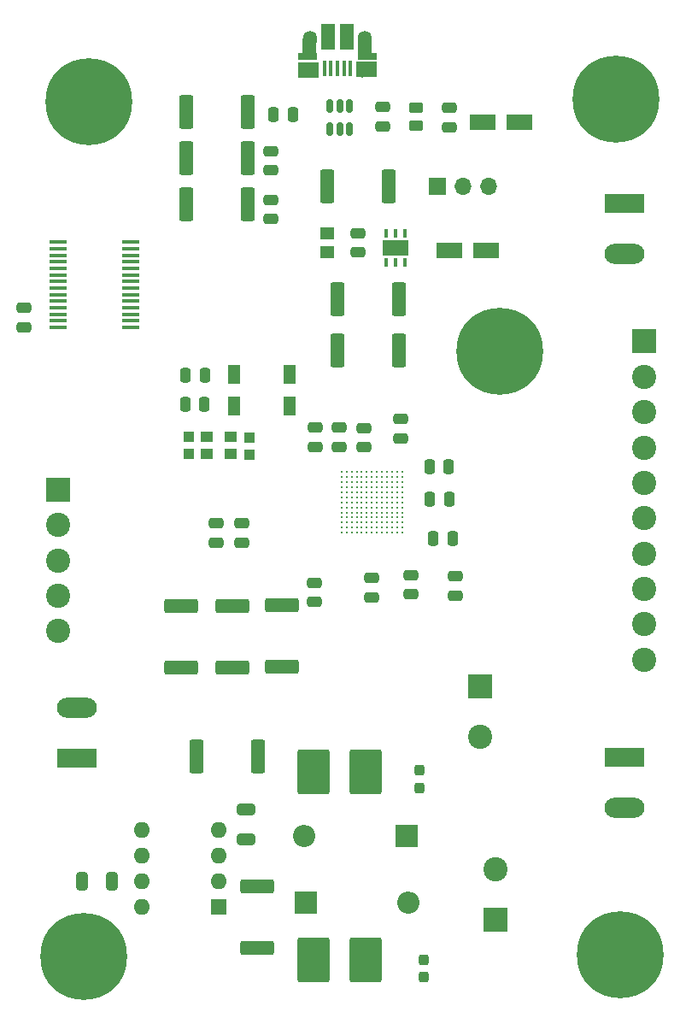
<source format=gbr>
%TF.GenerationSoftware,KiCad,Pcbnew,(6.0.11)*%
%TF.CreationDate,2023-03-28T17:23:35-03:00*%
%TF.ProjectId,singledaq,73696e67-6c65-4646-9171-2e6b69636164,rev?*%
%TF.SameCoordinates,Original*%
%TF.FileFunction,Soldermask,Top*%
%TF.FilePolarity,Negative*%
%FSLAX46Y46*%
G04 Gerber Fmt 4.6, Leading zero omitted, Abs format (unit mm)*
G04 Created by KiCad (PCBNEW (6.0.11)) date 2023-03-28 17:23:35*
%MOMM*%
%LPD*%
G01*
G04 APERTURE LIST*
G04 Aperture macros list*
%AMRoundRect*
0 Rectangle with rounded corners*
0 $1 Rounding radius*
0 $2 $3 $4 $5 $6 $7 $8 $9 X,Y pos of 4 corners*
0 Add a 4 corners polygon primitive as box body*
4,1,4,$2,$3,$4,$5,$6,$7,$8,$9,$2,$3,0*
0 Add four circle primitives for the rounded corners*
1,1,$1+$1,$2,$3*
1,1,$1+$1,$4,$5*
1,1,$1+$1,$6,$7*
1,1,$1+$1,$8,$9*
0 Add four rect primitives between the rounded corners*
20,1,$1+$1,$2,$3,$4,$5,0*
20,1,$1+$1,$4,$5,$6,$7,0*
20,1,$1+$1,$6,$7,$8,$9,0*
20,1,$1+$1,$8,$9,$2,$3,0*%
G04 Aperture macros list end*
%ADD10RoundRect,0.250000X0.475000X-0.250000X0.475000X0.250000X-0.475000X0.250000X-0.475000X-0.250000X0*%
%ADD11R,3.960000X1.980000*%
%ADD12O,3.960000X1.980000*%
%ADD13RoundRect,0.250000X-0.475000X0.250000X-0.475000X-0.250000X0.475000X-0.250000X0.475000X0.250000X0*%
%ADD14R,1.000000X1.100000*%
%ADD15R,2.400000X2.400000*%
%ADD16C,2.400000*%
%ADD17RoundRect,0.250000X0.325000X0.650000X-0.325000X0.650000X-0.325000X-0.650000X0.325000X-0.650000X0*%
%ADD18R,0.400000X1.650000*%
%ADD19O,1.100000X1.500000*%
%ADD20O,1.350000X1.700000*%
%ADD21R,1.430000X2.500000*%
%ADD22R,1.350000X2.000000*%
%ADD23R,2.000000X1.500000*%
%ADD24R,1.825000X0.700000*%
%ADD25RoundRect,0.249999X1.425001X-0.450001X1.425001X0.450001X-1.425001X0.450001X-1.425001X-0.450001X0*%
%ADD26R,2.200000X2.200000*%
%ADD27O,2.200000X2.200000*%
%ADD28RoundRect,0.250000X0.450000X-0.262500X0.450000X0.262500X-0.450000X0.262500X-0.450000X-0.262500X0*%
%ADD29RoundRect,0.150000X0.150000X-0.512500X0.150000X0.512500X-0.150000X0.512500X-0.150000X-0.512500X0*%
%ADD30C,0.900000*%
%ADD31C,8.600000*%
%ADD32RoundRect,0.250000X-0.250000X-0.475000X0.250000X-0.475000X0.250000X0.475000X-0.250000X0.475000X0*%
%ADD33RoundRect,0.249999X-1.425001X0.450001X-1.425001X-0.450001X1.425001X-0.450001X1.425001X0.450001X0*%
%ADD34RoundRect,0.250000X0.250000X0.475000X-0.250000X0.475000X-0.250000X-0.475000X0.250000X-0.475000X0*%
%ADD35RoundRect,0.237500X0.237500X-0.300000X0.237500X0.300000X-0.237500X0.300000X-0.237500X-0.300000X0*%
%ADD36RoundRect,0.249999X0.450001X1.425001X-0.450001X1.425001X-0.450001X-1.425001X0.450001X-1.425001X0*%
%ADD37RoundRect,0.249999X-0.450001X-1.425001X0.450001X-1.425001X0.450001X1.425001X-0.450001X1.425001X0*%
%ADD38R,1.300000X1.900000*%
%ADD39R,1.700000X1.700000*%
%ADD40O,1.700000X1.700000*%
%ADD41R,1.750000X0.450000*%
%ADD42R,1.210000X1.110000*%
%ADD43RoundRect,0.250000X-1.050000X-0.550000X1.050000X-0.550000X1.050000X0.550000X-1.050000X0.550000X0*%
%ADD44RoundRect,0.250000X1.350000X1.975000X-1.350000X1.975000X-1.350000X-1.975000X1.350000X-1.975000X0*%
%ADD45RoundRect,0.250000X0.650000X-0.325000X0.650000X0.325000X-0.650000X0.325000X-0.650000X-0.325000X0*%
%ADD46R,0.420000X0.840000*%
%ADD47R,2.500000X1.600000*%
%ADD48R,1.600000X1.600000*%
%ADD49O,1.600000X1.600000*%
%ADD50C,0.270000*%
%ADD51R,1.450000X1.150000*%
%ADD52RoundRect,0.237500X-0.237500X0.300000X-0.237500X-0.300000X0.237500X-0.300000X0.237500X0.300000X0*%
G04 APERTURE END LIST*
D10*
%TO.C,C104*%
X140782250Y-49114250D03*
X140782250Y-47214250D03*
%TD*%
D11*
%TO.C,J2*%
X164700000Y-111575000D03*
D12*
X164700000Y-116575000D03*
%TD*%
D13*
%TO.C,C102*%
X129658000Y-51584000D03*
X129658000Y-53484000D03*
%TD*%
D14*
%TO.C,C602*%
X127572082Y-81624998D03*
X127572082Y-79924998D03*
%TD*%
D15*
%TO.C,C502*%
X150470000Y-104544785D03*
D16*
X150470000Y-109544785D03*
%TD*%
D17*
%TO.C,C505*%
X113925000Y-123880000D03*
X110975000Y-123880000D03*
%TD*%
D18*
%TO.C,JUSB1*%
X137587000Y-43377000D03*
X136937000Y-43377000D03*
X136287000Y-43377000D03*
X135637000Y-43377000D03*
X134987000Y-43377000D03*
D19*
X133867000Y-43497000D03*
D20*
X133557000Y-40497000D03*
D21*
X135327000Y-40227000D03*
D22*
X133537000Y-41427000D03*
D19*
X138707000Y-43497000D03*
D23*
X139137000Y-43477000D03*
D22*
X139017000Y-41427000D03*
D23*
X133387000Y-43497000D03*
D24*
X133287000Y-42177000D03*
D21*
X137247000Y-40227000D03*
D24*
X139237000Y-42177000D03*
D20*
X139017000Y-40497000D03*
%TD*%
D25*
%TO.C,R603*%
X130800000Y-102660000D03*
X130800000Y-96560000D03*
%TD*%
D10*
%TO.C,C801*%
X138910000Y-80880000D03*
X138910000Y-78980000D03*
%TD*%
%TO.C,C105*%
X147386250Y-49180250D03*
X147386250Y-47280250D03*
%TD*%
D26*
%TO.C,D1*%
X133160000Y-126030000D03*
D27*
X143320000Y-126030000D03*
%TD*%
D28*
%TO.C,FB101*%
X144084250Y-49076750D03*
X144084250Y-47251750D03*
%TD*%
D29*
%TO.C,U1*%
X135566000Y-49353500D03*
X136516000Y-49353500D03*
X137466000Y-49353500D03*
X137466000Y-47078500D03*
X136516000Y-47078500D03*
X135566000Y-47078500D03*
%TD*%
D30*
%TO.C,H1*%
X113930419Y-48910419D03*
X109369581Y-48910419D03*
X111650000Y-49855000D03*
D31*
X111650000Y-46630000D03*
D30*
X109369581Y-44349581D03*
X111650000Y-43405000D03*
X114875000Y-46630000D03*
X108425000Y-46630000D03*
X113930419Y-44349581D03*
%TD*%
D32*
%TO.C,C810*%
X145470000Y-86030000D03*
X147370000Y-86030000D03*
%TD*%
D33*
%TO.C,R605*%
X120810000Y-96600000D03*
X120810000Y-102700000D03*
%TD*%
%TO.C,R602*%
X128338224Y-124420000D03*
X128338224Y-130520000D03*
%TD*%
D34*
%TO.C,C401*%
X123130000Y-73750000D03*
X121230000Y-73750000D03*
%TD*%
D10*
%TO.C,C809*%
X142560000Y-80022071D03*
X142560000Y-78122071D03*
%TD*%
D35*
%TO.C,C504*%
X144400000Y-114620000D03*
X144400000Y-112895000D03*
%TD*%
D26*
%TO.C,D2*%
X143180000Y-119380000D03*
D27*
X133020000Y-119380000D03*
%TD*%
D36*
%TO.C,R601*%
X128380000Y-111540000D03*
X122280000Y-111540000D03*
%TD*%
D37*
%TO.C,R202*%
X136260000Y-66250000D03*
X142360000Y-66250000D03*
%TD*%
D10*
%TO.C,C202*%
X138294000Y-61600000D03*
X138294000Y-59700000D03*
%TD*%
D38*
%TO.C,Y4*%
X126020000Y-76850000D03*
X131520000Y-76850000D03*
X131520000Y-73650000D03*
X126020000Y-73650000D03*
%TD*%
D10*
%TO.C,C701*%
X134110000Y-80850000D03*
X134110000Y-78950000D03*
%TD*%
D39*
%TO.C,JP6*%
X146170000Y-55074000D03*
D40*
X148710000Y-55074000D03*
X151250000Y-55074000D03*
%TD*%
D41*
%TO.C,U3*%
X115810000Y-69035000D03*
X115810000Y-68385000D03*
X115810000Y-67735000D03*
X115810000Y-67085000D03*
X115810000Y-66435000D03*
X115810000Y-65785000D03*
X115810000Y-65135000D03*
X115810000Y-64485000D03*
X115810000Y-63835000D03*
X115810000Y-63185000D03*
X115810000Y-62535000D03*
X115810000Y-61885000D03*
X115810000Y-61235000D03*
X115810000Y-60585000D03*
X108610000Y-60585000D03*
X108610000Y-61235000D03*
X108610000Y-61885000D03*
X108610000Y-62535000D03*
X108610000Y-63185000D03*
X108610000Y-63835000D03*
X108610000Y-64485000D03*
X108610000Y-65135000D03*
X108610000Y-65785000D03*
X108610000Y-66435000D03*
X108610000Y-67085000D03*
X108610000Y-67735000D03*
X108610000Y-68385000D03*
X108610000Y-69035000D03*
%TD*%
D42*
%TO.C,Y1*%
X123370082Y-81542998D03*
X125670082Y-81542998D03*
X125670082Y-79842998D03*
X123370082Y-79842998D03*
%TD*%
D31*
%TO.C,H5*%
X164350000Y-131190000D03*
D30*
X161125000Y-131190000D03*
X166630419Y-128909581D03*
X162069581Y-128909581D03*
X164350000Y-127965000D03*
X164350000Y-134415000D03*
X166630419Y-133470419D03*
X167575000Y-131190000D03*
X162069581Y-133470419D03*
%TD*%
D14*
%TO.C,C601*%
X121522082Y-81594998D03*
X121522082Y-79894998D03*
%TD*%
D10*
%TO.C,C703*%
X126840000Y-90330000D03*
X126840000Y-88430000D03*
%TD*%
D13*
%TO.C,C806*%
X143560000Y-93580000D03*
X143560000Y-95480000D03*
%TD*%
D15*
%TO.C,J4*%
X108640000Y-85100000D03*
D16*
X108640000Y-88600000D03*
X108640000Y-92100000D03*
X108640000Y-95600000D03*
X108640000Y-99100000D03*
%TD*%
D10*
%TO.C,C702*%
X124250000Y-90330000D03*
X124250000Y-88430000D03*
%TD*%
D11*
%TO.C,J3*%
X110510000Y-111720000D03*
D12*
X110510000Y-106720000D03*
%TD*%
D43*
%TO.C,C106*%
X150718000Y-48724000D03*
X154318000Y-48724000D03*
%TD*%
%TO.C,C201*%
X147416000Y-61424000D03*
X151016000Y-61424000D03*
%TD*%
D44*
%TO.C,R1*%
X139110000Y-131640000D03*
X133910000Y-131640000D03*
%TD*%
D32*
%TO.C,C802*%
X145440000Y-82830000D03*
X147340000Y-82830000D03*
%TD*%
D30*
%TO.C,H4*%
X111120000Y-128085000D03*
X108839581Y-129029581D03*
X113400419Y-129029581D03*
X111120000Y-134535000D03*
X108839581Y-133590419D03*
X114345000Y-131310000D03*
X107895000Y-131310000D03*
X113400419Y-133590419D03*
D31*
X111120000Y-131310000D03*
%TD*%
D13*
%TO.C,C808*%
X134042700Y-94297300D03*
X134042700Y-96197300D03*
%TD*%
D30*
%TO.C,H3*%
X155634581Y-71419581D03*
X154690000Y-73700000D03*
X154690000Y-69139162D03*
X150129162Y-69139162D03*
X152409581Y-68194581D03*
X149184581Y-71419581D03*
X150129162Y-73700000D03*
X152409581Y-74644581D03*
D31*
X152409581Y-71419581D03*
%TD*%
D36*
%TO.C,R203*%
X142360000Y-71330000D03*
X136260000Y-71330000D03*
%TD*%
%TO.C,R101*%
X127374000Y-47708000D03*
X121274000Y-47708000D03*
%TD*%
D45*
%TO.C,C506*%
X127215645Y-119727000D03*
X127215645Y-116777000D03*
%TD*%
D25*
%TO.C,R604*%
X125850000Y-102750000D03*
X125850000Y-96650000D03*
%TD*%
D13*
%TO.C,C103*%
X129658000Y-56410000D03*
X129658000Y-58310000D03*
%TD*%
D46*
%TO.C,IB2*%
X142988000Y-59735000D03*
X142038000Y-59735000D03*
X141088000Y-59735000D03*
X141088000Y-62605000D03*
X142038000Y-62605000D03*
X142988000Y-62605000D03*
D47*
X142038000Y-61170000D03*
%TD*%
D48*
%TO.C,U6*%
X124508224Y-126454000D03*
D49*
X124508224Y-123914000D03*
X124508224Y-121374000D03*
X124508224Y-118834000D03*
X116888224Y-118834000D03*
X116888224Y-121374000D03*
X116888224Y-123914000D03*
X116888224Y-126454000D03*
%TD*%
D15*
%TO.C,J5*%
X166660000Y-70420000D03*
D16*
X166660000Y-73920000D03*
X166660000Y-77420000D03*
X166660000Y-80920000D03*
X166660000Y-84420000D03*
X166660000Y-87920000D03*
X166660000Y-91420000D03*
X166660000Y-94920000D03*
X166660000Y-98420000D03*
X166660000Y-101920000D03*
%TD*%
D15*
%TO.C,C501*%
X151930000Y-127715216D03*
D16*
X151930000Y-122715216D03*
%TD*%
D36*
%TO.C,R201*%
X141344000Y-55074000D03*
X135244000Y-55074000D03*
%TD*%
D10*
%TO.C,C804*%
X136480000Y-80860000D03*
X136480000Y-78960000D03*
%TD*%
D34*
%TO.C,C101*%
X131878000Y-47962000D03*
X129978000Y-47962000D03*
%TD*%
D36*
%TO.C,R103*%
X127374000Y-56852000D03*
X121274000Y-56852000D03*
%TD*%
D34*
%TO.C,C402*%
X123100000Y-76680000D03*
X121200000Y-76680000D03*
%TD*%
D50*
%TO.C,U7*%
X136700000Y-83360000D03*
X137200000Y-83360000D03*
X137700000Y-83360000D03*
X138200000Y-83360000D03*
X138700000Y-83360000D03*
X139200000Y-83360000D03*
X139700000Y-83360000D03*
X140200000Y-83360000D03*
X140700000Y-83360000D03*
X141200000Y-83360000D03*
X141700000Y-83360000D03*
X142200000Y-83360000D03*
X142700000Y-83360000D03*
X136700000Y-83860000D03*
X137200000Y-83860000D03*
X137700000Y-83860000D03*
X138200000Y-83860000D03*
X138700000Y-83860000D03*
X139200000Y-83860000D03*
X139700000Y-83860000D03*
X140200000Y-83860000D03*
X140700000Y-83860000D03*
X141200000Y-83860000D03*
X141700000Y-83860000D03*
X142200000Y-83860000D03*
X142700000Y-83860000D03*
X136700000Y-84360000D03*
X137200000Y-84360000D03*
X137700000Y-84360000D03*
X138200000Y-84360000D03*
X138700000Y-84360000D03*
X139200000Y-84360000D03*
X139700000Y-84360000D03*
X140200000Y-84360000D03*
X140700000Y-84360000D03*
X141200000Y-84360000D03*
X141700000Y-84360000D03*
X142200000Y-84360000D03*
X142700000Y-84360000D03*
X136700000Y-84860000D03*
X137200000Y-84860000D03*
X137700000Y-84860000D03*
X138200000Y-84860000D03*
X138700000Y-84860000D03*
X139200000Y-84860000D03*
X139700000Y-84860000D03*
X140200000Y-84860000D03*
X140700000Y-84860000D03*
X141200000Y-84860000D03*
X141700000Y-84860000D03*
X142200000Y-84860000D03*
X142700000Y-84860000D03*
X136700000Y-85360000D03*
X137200000Y-85360000D03*
X137700000Y-85360000D03*
X138200000Y-85360000D03*
X138700000Y-85360000D03*
X139200000Y-85360000D03*
X139700000Y-85360000D03*
X140200000Y-85360000D03*
X140700000Y-85360000D03*
X141200000Y-85360000D03*
X141700000Y-85360000D03*
X142200000Y-85360000D03*
X142700000Y-85360000D03*
X136700000Y-85860000D03*
X137200000Y-85860000D03*
X137700000Y-85860000D03*
X138200000Y-85860000D03*
X138700000Y-85860000D03*
X139200000Y-85860000D03*
X139700000Y-85860000D03*
X140200000Y-85860000D03*
X140700000Y-85860000D03*
X141200000Y-85860000D03*
X141700000Y-85860000D03*
X142200000Y-85860000D03*
X142700000Y-85860000D03*
X136700000Y-86360000D03*
X137200000Y-86360000D03*
X137700000Y-86360000D03*
X138200000Y-86360000D03*
X138700000Y-86360000D03*
X139200000Y-86360000D03*
X139700000Y-86360000D03*
X140200000Y-86360000D03*
X140700000Y-86360000D03*
X141200000Y-86360000D03*
X141700000Y-86360000D03*
X142200000Y-86360000D03*
X142700000Y-86360000D03*
X136700000Y-86860000D03*
X137200000Y-86860000D03*
X137700000Y-86860000D03*
X138200000Y-86860000D03*
X138700000Y-86860000D03*
X139200000Y-86860000D03*
X139700000Y-86860000D03*
X140200000Y-86860000D03*
X140700000Y-86860000D03*
X141200000Y-86860000D03*
X141700000Y-86860000D03*
X142200000Y-86860000D03*
X142700000Y-86860000D03*
X136700000Y-87360000D03*
X137200000Y-87360000D03*
X137700000Y-87360000D03*
X138200000Y-87360000D03*
X138700000Y-87360000D03*
X139200000Y-87360000D03*
X139700000Y-87360000D03*
X140200000Y-87360000D03*
X140700000Y-87360000D03*
X141200000Y-87360000D03*
X141700000Y-87360000D03*
X142200000Y-87360000D03*
X142700000Y-87360000D03*
X136700000Y-87860000D03*
X137200000Y-87860000D03*
X137700000Y-87860000D03*
X138200000Y-87860000D03*
X138700000Y-87860000D03*
X139200000Y-87860000D03*
X139700000Y-87860000D03*
X140200000Y-87860000D03*
X140700000Y-87860000D03*
X141200000Y-87860000D03*
X141700000Y-87860000D03*
X142200000Y-87860000D03*
X142700000Y-87860000D03*
X136700000Y-88360000D03*
X137200000Y-88360000D03*
X137700000Y-88360000D03*
X138200000Y-88360000D03*
X138700000Y-88360000D03*
X139200000Y-88360000D03*
X139700000Y-88360000D03*
X140200000Y-88360000D03*
X140700000Y-88360000D03*
X141200000Y-88360000D03*
X141700000Y-88360000D03*
X142200000Y-88360000D03*
X142700000Y-88360000D03*
X136700000Y-88860000D03*
X137200000Y-88860000D03*
X137700000Y-88860000D03*
X138200000Y-88860000D03*
X138700000Y-88860000D03*
X139200000Y-88860000D03*
X139700000Y-88860000D03*
X140200000Y-88860000D03*
X140700000Y-88860000D03*
X141200000Y-88860000D03*
X141700000Y-88860000D03*
X142200000Y-88860000D03*
X142700000Y-88860000D03*
X136700000Y-89360000D03*
X137200000Y-89360000D03*
X137700000Y-89360000D03*
X138200000Y-89360000D03*
X138700000Y-89360000D03*
X139200000Y-89360000D03*
X139700000Y-89360000D03*
X140200000Y-89360000D03*
X140700000Y-89360000D03*
X141200000Y-89360000D03*
X141700000Y-89360000D03*
X142200000Y-89360000D03*
X142700000Y-89360000D03*
%TD*%
D44*
%TO.C,R2*%
X139110000Y-113040000D03*
X133910000Y-113040000D03*
%TD*%
D51*
%TO.C,C203*%
X135246000Y-61550000D03*
X135246000Y-59750000D03*
%TD*%
D13*
%TO.C,C807*%
X148000000Y-93670000D03*
X148000000Y-95570000D03*
%TD*%
D36*
%TO.C,R102*%
X127374000Y-52280000D03*
X121274000Y-52280000D03*
%TD*%
D52*
%TO.C,C503*%
X144880000Y-131647500D03*
X144880000Y-133372500D03*
%TD*%
D32*
%TO.C,C803*%
X145790000Y-89910000D03*
X147690000Y-89910000D03*
%TD*%
D11*
%TO.C,J1*%
X164730000Y-56735000D03*
D12*
X164730000Y-61735000D03*
%TD*%
D10*
%TO.C,C301*%
X105179000Y-67115000D03*
X105179000Y-69015000D03*
%TD*%
D13*
%TO.C,C805*%
X139680000Y-93864142D03*
X139680000Y-95764142D03*
%TD*%
D30*
%TO.C,H2*%
X161639581Y-48710419D03*
X163920000Y-43205000D03*
X161639581Y-44149581D03*
X163920000Y-49655000D03*
X166200419Y-44149581D03*
X167145000Y-46430000D03*
X160695000Y-46430000D03*
D31*
X163920000Y-46430000D03*
D30*
X166200419Y-48710419D03*
%TD*%
M02*

</source>
